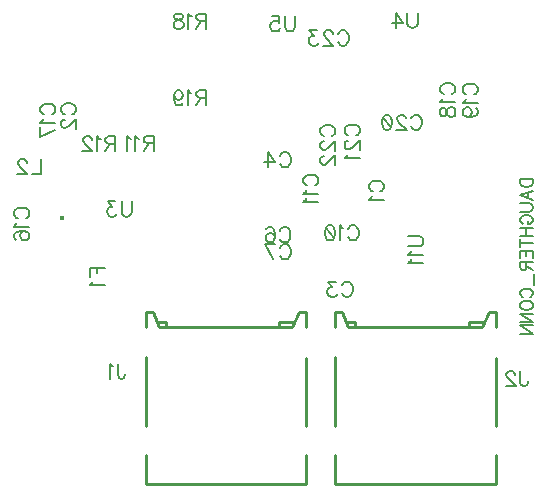
<source format=gbr>
%TF.GenerationSoftware,Novarm,DipTrace,3.3.0.1*%
%TF.CreationDate,2018-11-14T10:13:04-08:00*%
%FSLAX26Y26*%
%MOIN*%
%TF.FileFunction,Legend,Bot*%
%TF.Part,Single*%
%ADD10C,0.009843*%
%ADD37C,0.015746*%
%ADD97C,0.00772*%
%ADD99C,0.006176*%
G75*
G01*
%LPD*%
X1466461Y1005323D2*
D10*
Y1052705D1*
Y481839D2*
Y576603D1*
Y674792D2*
Y900855D1*
X1419186Y1005323D2*
X974556D1*
X931469Y903138D2*
Y674792D1*
Y576603D2*
Y481839D1*
X1466461D1*
Y1052705D2*
X1443123D1*
X1419186Y1005323D1*
X931469D2*
Y1052705D1*
X954808D2*
X931469D1*
X954808D2*
X974556Y1005323D1*
X1423375Y1021308D2*
X1376099D1*
Y1005323D1*
X970367Y1021308D2*
X997894D1*
Y1005323D1*
X2097712D2*
Y1052705D1*
Y481839D2*
Y576603D1*
Y674792D2*
Y900855D1*
X2050436Y1005323D2*
X1605806D1*
X1562720Y903138D2*
Y674792D1*
Y576603D2*
Y481839D1*
X2097712D1*
Y1052705D2*
X2074373D1*
X2050436Y1005323D1*
X1562720D2*
Y1052705D1*
X1586058D2*
X1562720D1*
X1586058D2*
X1605806Y1005323D1*
X2054625Y1021308D2*
X2007350D1*
Y1005323D1*
X1601617Y1021308D2*
X1629145D1*
Y1005323D1*
D37*
X650749Y1368557D3*
X1687334Y1455859D2*
D97*
X1682581Y1458236D1*
X1677772Y1463044D1*
X1675396Y1467798D1*
Y1477359D1*
X1677772Y1482168D1*
X1682581Y1486921D1*
X1687334Y1489353D1*
X1694519Y1491729D1*
X1706512D1*
X1713642Y1489353D1*
X1718451Y1486921D1*
X1723204Y1482168D1*
X1725636Y1477359D1*
Y1467798D1*
X1723204Y1463044D1*
X1718451Y1458236D1*
X1713642Y1455859D1*
X1685012Y1440420D2*
X1682581Y1435612D1*
X1675451Y1428427D1*
X1725636D1*
X660696Y1713339D2*
X655943Y1715716D1*
X651134Y1720524D1*
X648758Y1725277D1*
Y1734839D1*
X651134Y1739647D1*
X655943Y1744400D1*
X660696Y1746832D1*
X667881Y1749209D1*
X679875D1*
X687004Y1746832D1*
X691813Y1744400D1*
X696566Y1739647D1*
X698998Y1734839D1*
Y1725277D1*
X696566Y1720524D1*
X691813Y1715716D1*
X687004Y1713339D1*
X660751Y1695468D2*
X658375D1*
X653566Y1693091D1*
X651190Y1690715D1*
X648813Y1685906D1*
Y1676345D1*
X651190Y1671592D1*
X653566Y1669215D1*
X658375Y1666783D1*
X663128D1*
X667936Y1669215D1*
X675066Y1673968D1*
X698998Y1697900D1*
Y1664406D1*
X1585137Y1143308D2*
X1587513Y1148061D1*
X1592322Y1152869D1*
X1597075Y1155246D1*
X1606637D1*
X1611445Y1152869D1*
X1616198Y1148061D1*
X1618630Y1143308D1*
X1621007Y1136123D1*
Y1124129D1*
X1618630Y1116999D1*
X1616198Y1112191D1*
X1611445Y1107438D1*
X1606637Y1105006D1*
X1597075D1*
X1592322Y1107438D1*
X1587513Y1112191D1*
X1585137Y1116999D1*
X1564889Y1155191D2*
X1538636D1*
X1552951Y1136067D1*
X1545766D1*
X1541013Y1133691D1*
X1538636Y1131314D1*
X1536204Y1124129D1*
Y1119376D1*
X1538636Y1112191D1*
X1543389Y1107382D1*
X1550574Y1105006D1*
X1557759D1*
X1564889Y1107382D1*
X1567266Y1109814D1*
X1569698Y1114568D1*
X1378283Y1574512D2*
X1380660Y1579266D1*
X1385468Y1584074D1*
X1390221Y1586451D1*
X1399783D1*
X1404591Y1584074D1*
X1409345Y1579266D1*
X1411776Y1574512D1*
X1414153Y1567327D1*
Y1555334D1*
X1411776Y1548204D1*
X1409345Y1543396D1*
X1404591Y1538642D1*
X1399783Y1536211D1*
X1390221D1*
X1385468Y1538642D1*
X1380660Y1543396D1*
X1378283Y1548204D1*
X1338912Y1536211D2*
Y1586395D1*
X1362844Y1552957D1*
X1326974D1*
X1377693Y1324539D2*
X1380069Y1329292D1*
X1384878Y1334100D1*
X1389631Y1336477D1*
X1399192D1*
X1404001Y1334100D1*
X1408754Y1329292D1*
X1411186Y1324539D1*
X1413562Y1317354D1*
Y1305360D1*
X1411186Y1298230D1*
X1408754Y1293422D1*
X1404001Y1288669D1*
X1399192Y1286237D1*
X1389631D1*
X1384878Y1288669D1*
X1380069Y1293422D1*
X1377693Y1298230D1*
X1333568Y1329292D2*
X1335945Y1334045D1*
X1343130Y1336422D1*
X1347883D1*
X1355068Y1334045D1*
X1359877Y1326860D1*
X1362253Y1314922D1*
Y1302984D1*
X1359877Y1293422D1*
X1355068Y1288613D1*
X1347883Y1286237D1*
X1345507D1*
X1338377Y1288613D1*
X1333568Y1293422D1*
X1331192Y1300607D1*
Y1302984D1*
X1333568Y1310169D1*
X1338377Y1314922D1*
X1345507Y1317298D1*
X1347883D1*
X1355068Y1314922D1*
X1359877Y1310169D1*
X1362253Y1302984D1*
X1378908Y1268295D2*
X1381285Y1273048D1*
X1386094Y1277856D1*
X1390847Y1280233D1*
X1400408D1*
X1405217Y1277856D1*
X1409970Y1273048D1*
X1412402Y1268295D1*
X1414778Y1261110D1*
Y1249116D1*
X1412402Y1241986D1*
X1409970Y1237178D1*
X1405217Y1232425D1*
X1400408Y1229993D1*
X1390847D1*
X1386094Y1232425D1*
X1381285Y1237178D1*
X1378908Y1241986D1*
X1353908Y1229993D2*
X1329976Y1280178D1*
X1363469D1*
X1605103Y1330788D2*
X1607479Y1335541D1*
X1612288Y1340350D1*
X1617041Y1342726D1*
X1626602D1*
X1631411Y1340350D1*
X1636164Y1335541D1*
X1638596Y1330788D1*
X1640972Y1323603D1*
Y1311609D1*
X1638596Y1304480D1*
X1636164Y1299671D1*
X1631411Y1294918D1*
X1626602Y1292486D1*
X1617041D1*
X1612288Y1294918D1*
X1607479Y1299671D1*
X1605103Y1304480D1*
X1589663Y1333109D2*
X1584855Y1335541D1*
X1577670Y1342671D1*
Y1292486D1*
X1547860Y1342671D2*
X1555046Y1340294D1*
X1559854Y1333109D1*
X1562231Y1321171D1*
Y1313986D1*
X1559854Y1302048D1*
X1555046Y1294863D1*
X1547860Y1292486D1*
X1543107D1*
X1535922Y1294863D1*
X1531169Y1302048D1*
X1528737Y1313986D1*
Y1321171D1*
X1531169Y1333109D1*
X1535922Y1340294D1*
X1543107Y1342671D1*
X1547860D1*
X1531169Y1333109D2*
X1559854Y1302048D1*
X1468607Y1475825D2*
X1463854Y1478202D1*
X1459045Y1483010D1*
X1456669Y1487763D1*
Y1497325D1*
X1459045Y1502133D1*
X1463854Y1506887D1*
X1468607Y1509318D1*
X1475792Y1511695D1*
X1487785D1*
X1494915Y1509318D1*
X1499724Y1506887D1*
X1504477Y1502133D1*
X1506909Y1497325D1*
Y1487763D1*
X1504477Y1483010D1*
X1499724Y1478202D1*
X1494915Y1475825D1*
X1466285Y1460386D2*
X1463854Y1455577D1*
X1456724Y1448392D1*
X1506909D1*
X1466285Y1432953D2*
X1463854Y1428145D1*
X1456724Y1420960D1*
X1506909D1*
X504730Y1366446D2*
X499977Y1368822D1*
X495169Y1373631D1*
X492792Y1378384D1*
Y1387946D1*
X495169Y1392754D1*
X499977Y1397507D1*
X504730Y1399939D1*
X511915Y1402316D1*
X523909D1*
X531038Y1399939D1*
X535847Y1397507D1*
X540600Y1392754D1*
X543032Y1387946D1*
Y1378384D1*
X540600Y1373631D1*
X535847Y1368822D1*
X531038Y1366446D1*
X502409Y1351006D2*
X499977Y1346198D1*
X492847Y1339013D1*
X543032D1*
X499977Y1294889D2*
X495224Y1297266D1*
X492847Y1304451D1*
Y1309204D1*
X495224Y1316389D1*
X502409Y1321197D1*
X514347Y1323574D1*
X526285D1*
X535847Y1321197D1*
X540655Y1316389D1*
X543032Y1309204D1*
Y1306827D1*
X540655Y1299697D1*
X535847Y1294889D1*
X528662Y1292512D1*
X526285D1*
X519100Y1294889D1*
X514347Y1299697D1*
X511970Y1306827D1*
Y1309204D1*
X514347Y1316389D1*
X519100Y1321197D1*
X526285Y1323574D1*
X591947Y1712738D2*
X587194Y1715114D1*
X582385Y1719923D1*
X580008Y1724676D1*
Y1734238D1*
X582385Y1739046D1*
X587194Y1743799D1*
X591947Y1746231D1*
X599132Y1748608D1*
X611125D1*
X618255Y1746231D1*
X623063Y1743799D1*
X627817Y1739046D1*
X630248Y1734238D1*
Y1724676D1*
X627817Y1719923D1*
X623063Y1715114D1*
X618255Y1712738D1*
X589625Y1697299D2*
X587194Y1692490D1*
X580064Y1685305D1*
X630248D1*
Y1660304D2*
X580064Y1636373D1*
Y1669866D1*
X1924809Y1780267D2*
X1920056Y1782643D1*
X1915247Y1787452D1*
X1912871Y1792205D1*
Y1801766D1*
X1915247Y1806575D1*
X1920056Y1811328D1*
X1924809Y1813760D1*
X1931994Y1816136D1*
X1943987D1*
X1951117Y1813760D1*
X1955926Y1811328D1*
X1960679Y1806575D1*
X1963111Y1801766D1*
Y1792205D1*
X1960679Y1787452D1*
X1955926Y1782643D1*
X1951117Y1780267D1*
X1922488Y1764827D2*
X1920056Y1760019D1*
X1912926Y1752834D1*
X1963111D1*
X1912926Y1725456D2*
X1915303Y1732586D1*
X1920056Y1735018D1*
X1924864D1*
X1929617Y1732586D1*
X1932049Y1727833D1*
X1934426Y1718271D1*
X1936802Y1711086D1*
X1941611Y1706333D1*
X1946364Y1703957D1*
X1953549D1*
X1958302Y1706333D1*
X1960734Y1708710D1*
X1963111Y1715895D1*
Y1725456D1*
X1960734Y1732586D1*
X1958302Y1735018D1*
X1953549Y1737395D1*
X1946364D1*
X1941611Y1735018D1*
X1936802Y1730210D1*
X1934426Y1723080D1*
X1932049Y1713518D1*
X1929617Y1708710D1*
X1924864Y1706333D1*
X1920056D1*
X1915302Y1708710D1*
X1912926Y1715895D1*
Y1725456D1*
X1999821Y1779115D2*
X1995068Y1781492D1*
X1990259Y1786300D1*
X1987882Y1791053D1*
Y1800615D1*
X1990259Y1805423D1*
X1995068Y1810177D1*
X1999821Y1812608D1*
X2007006Y1814985D1*
X2018999D1*
X2026129Y1812608D1*
X2030937Y1810177D1*
X2035691Y1805423D1*
X2038122Y1800615D1*
Y1791053D1*
X2035691Y1786300D1*
X2030937Y1781492D1*
X2026129Y1779115D1*
X1997499Y1763676D2*
X1995068Y1758867D1*
X1987938Y1751682D1*
X2038122D1*
X2004629Y1705126D2*
X2011814Y1707558D1*
X2016623Y1712311D1*
X2018999Y1719497D1*
Y1721873D1*
X2016623Y1729058D1*
X2011814Y1733811D1*
X2004629Y1736243D1*
X2002253D1*
X1995068Y1733811D1*
X1990314Y1729058D1*
X1987938Y1721873D1*
Y1719497D1*
X1990314Y1712311D1*
X1995067Y1707558D1*
X2004629Y1705126D1*
X2016623D1*
X2028561Y1707558D1*
X2035746Y1712311D1*
X2038123Y1719496D1*
Y1724250D1*
X2035746Y1731435D1*
X2030937Y1733811D1*
X1815831Y1699499D2*
X1818208Y1704252D1*
X1823017Y1709061D1*
X1827770Y1711438D1*
X1837331D1*
X1842140Y1709061D1*
X1846893Y1704252D1*
X1849325Y1699499D1*
X1851701Y1692314D1*
Y1680321D1*
X1849325Y1673191D1*
X1846893Y1668383D1*
X1842140Y1663629D1*
X1837331Y1661198D1*
X1827770D1*
X1823017Y1663629D1*
X1818208Y1668383D1*
X1815831Y1673191D1*
X1797960Y1699444D2*
Y1701821D1*
X1795584Y1706629D1*
X1793207Y1709006D1*
X1788399Y1711382D1*
X1778837D1*
X1774084Y1709006D1*
X1771707Y1706629D1*
X1769275Y1701821D1*
Y1697067D1*
X1771707Y1692259D1*
X1776461Y1685129D1*
X1800392Y1661198D1*
X1766899D1*
X1737090Y1711382D2*
X1744275Y1709006D1*
X1749083Y1701821D1*
X1751460Y1689882D1*
Y1682697D1*
X1749083Y1670759D1*
X1744275Y1663574D1*
X1737090Y1661198D1*
X1732336D1*
X1725151Y1663574D1*
X1720398Y1670759D1*
X1717966Y1682697D1*
Y1689882D1*
X1720398Y1701821D1*
X1725151Y1709006D1*
X1732336Y1711382D1*
X1737090D1*
X1720398Y1701821D2*
X1749083Y1670759D1*
X1606092Y1642809D2*
X1601339Y1645185D1*
X1596531Y1649994D1*
X1594154Y1654747D1*
Y1664308D1*
X1596531Y1669117D1*
X1601339Y1673870D1*
X1606092Y1676302D1*
X1613277Y1678679D1*
X1625271D1*
X1632401Y1676302D1*
X1637209Y1673870D1*
X1641962Y1669117D1*
X1644394Y1664308D1*
Y1654747D1*
X1641962Y1649994D1*
X1637209Y1645185D1*
X1632401Y1642809D1*
X1606148Y1624938D2*
X1603771D1*
X1598963Y1622561D1*
X1596586Y1620184D1*
X1594209Y1615376D1*
Y1605814D1*
X1596586Y1601061D1*
X1598963Y1598685D1*
X1603771Y1596253D1*
X1608524D1*
X1613333Y1598685D1*
X1620462Y1603438D1*
X1644394Y1627369D1*
Y1593876D1*
X1603771Y1578437D2*
X1601339Y1573628D1*
X1594209Y1566443D1*
X1644394D1*
X1524851Y1641060D2*
X1520098Y1643436D1*
X1515289Y1648245D1*
X1512913Y1652998D1*
Y1662560D1*
X1515289Y1667368D1*
X1520098Y1672121D1*
X1524851Y1674553D1*
X1532036Y1676930D1*
X1544029D1*
X1551159Y1674553D1*
X1555968Y1672121D1*
X1560721Y1667368D1*
X1563153Y1662560D1*
Y1652998D1*
X1560721Y1648245D1*
X1555968Y1643436D1*
X1551159Y1641060D1*
X1524906Y1623189D2*
X1522530D1*
X1517721Y1620812D1*
X1515345Y1618436D1*
X1512968Y1613627D1*
Y1604066D1*
X1515345Y1599312D1*
X1517721Y1596936D1*
X1522530Y1594504D1*
X1527283D1*
X1532091Y1596936D1*
X1539221Y1601689D1*
X1563153Y1625621D1*
Y1592127D1*
X1524906Y1574256D2*
X1522530D1*
X1517721Y1571880D1*
X1515345Y1569503D1*
X1512968Y1564695D1*
Y1555133D1*
X1515344Y1550380D1*
X1517721Y1548003D1*
X1522530Y1545571D1*
X1527283D1*
X1532091Y1548003D1*
X1539221Y1552756D1*
X1563153Y1576688D1*
Y1543195D1*
X1572107Y1980720D2*
X1574484Y1985473D1*
X1579292Y1990281D1*
X1584045Y1992658D1*
X1593607D1*
X1598415Y1990281D1*
X1603169Y1985473D1*
X1605600Y1980720D1*
X1607977Y1973535D1*
Y1961541D1*
X1605600Y1954411D1*
X1603169Y1949603D1*
X1598415Y1944850D1*
X1593607Y1942418D1*
X1584045D1*
X1579292Y1944850D1*
X1574484Y1949603D1*
X1572107Y1954411D1*
X1554236Y1980664D2*
Y1983041D1*
X1551859Y1987850D1*
X1549483Y1990226D1*
X1544674Y1992603D1*
X1535113D1*
X1530360Y1990226D1*
X1527983Y1987850D1*
X1525551Y1983041D1*
Y1978288D1*
X1527983Y1973479D1*
X1532736Y1966350D1*
X1556668Y1942418D1*
X1523174D1*
X1502927Y1992603D2*
X1476674D1*
X1490989Y1973479D1*
X1483804D1*
X1479050Y1971103D1*
X1476674Y1968726D1*
X1474242Y1961541D1*
Y1956788D1*
X1476674Y1949603D1*
X1481427Y1944795D1*
X1488612Y1942418D1*
X1495797D1*
X1502927Y1944795D1*
X1505303Y1947226D1*
X1507735Y1951980D1*
X744277Y1170824D2*
X744278Y1201941D1*
X794517D1*
X768209D2*
Y1182817D1*
X753894Y1155385D2*
X751463Y1150576D1*
X744333Y1143391D1*
X794517D1*
X838254Y882204D2*
Y843957D1*
X840630Y836772D1*
X843062Y834396D1*
X847815Y831964D1*
X852624D1*
X857377Y834396D1*
X859754Y836772D1*
X862185Y843957D1*
Y848711D1*
X822814Y872587D2*
X818006Y875019D1*
X810821Y882149D1*
Y831964D1*
X2180181Y857207D2*
Y818960D1*
X2182557Y811775D1*
X2184989Y809398D1*
X2189742Y806967D1*
X2194551D1*
X2199304Y809398D1*
X2201681Y811775D1*
X2204112Y818960D1*
Y823713D1*
X2162310Y845213D2*
Y847590D1*
X2159933Y852398D1*
X2157556Y854775D1*
X2152748Y857151D1*
X2143186D1*
X2138433Y854775D1*
X2136057Y852398D1*
X2133625Y847590D1*
Y842836D1*
X2136057Y838028D1*
X2140810Y830898D1*
X2164742Y806967D1*
X2131248D1*
X580514Y1563107D2*
Y1512867D1*
X551829D1*
X533958Y1551113D2*
Y1553490D1*
X531581Y1558298D1*
X529205Y1560675D1*
X524396Y1563052D1*
X514835D1*
X510082Y1560675D1*
X507705Y1558298D1*
X505273Y1553490D1*
Y1548737D1*
X507705Y1543928D1*
X512458Y1536799D1*
X536390Y1512867D1*
X502897D1*
X957344Y1616926D2*
X935844D1*
X928659Y1619358D1*
X926227Y1621734D1*
X923851Y1626487D1*
Y1631296D1*
X926227Y1636049D1*
X928659Y1638481D1*
X935844Y1640857D1*
X957344D1*
Y1590617D1*
X940597Y1616926D2*
X923851Y1590617D1*
X908411Y1631241D2*
X903603Y1633672D1*
X896418Y1640802D1*
Y1590617D1*
X880979Y1631241D2*
X876170Y1633672D1*
X868985Y1640802D1*
Y1590617D1*
X830066Y1615515D2*
X808566D1*
X801381Y1617947D1*
X798950Y1620323D1*
X796573Y1625077D1*
Y1629885D1*
X798950Y1634638D1*
X801381Y1637070D1*
X808566Y1639447D1*
X830066D1*
Y1589207D1*
X813320Y1615515D2*
X796573Y1589207D1*
X781134Y1629830D2*
X776325Y1632262D1*
X769140Y1639391D1*
Y1589207D1*
X751269Y1627453D2*
Y1629830D1*
X748893Y1634638D1*
X746516Y1637015D1*
X741708Y1639391D1*
X732146D1*
X727393Y1637015D1*
X725016Y1634638D1*
X722584Y1629830D1*
Y1625077D1*
X725016Y1620268D1*
X729769Y1613138D1*
X753701Y1589207D1*
X720208D1*
X1133560Y2024970D2*
X1112060D1*
X1104875Y2027402D1*
X1102443Y2029779D1*
X1100066Y2034532D1*
Y2039340D1*
X1102443Y2044094D1*
X1104875Y2046525D1*
X1112060Y2048902D1*
X1133560D1*
Y1998662D1*
X1116813Y2024970D2*
X1100066Y1998662D1*
X1084627Y2039285D2*
X1079819Y2041717D1*
X1072634Y2048847D1*
Y1998662D1*
X1045256Y2048847D2*
X1052386Y2046470D1*
X1054818Y2041717D1*
Y2036909D1*
X1052386Y2032155D1*
X1047633Y2029724D1*
X1038071Y2027347D1*
X1030886Y2024970D1*
X1026133Y2020162D1*
X1023756Y2015409D1*
Y2008224D1*
X1026133Y2003471D1*
X1028509Y2001039D1*
X1035695Y1998662D1*
X1045256D1*
X1052386Y2001039D1*
X1054818Y2003471D1*
X1057194Y2008224D1*
Y2015409D1*
X1054818Y2020162D1*
X1050009Y2024970D1*
X1042880Y2027347D1*
X1033318Y2029724D1*
X1028509Y2032155D1*
X1026133Y2036909D1*
Y2041717D1*
X1028509Y2046470D1*
X1035695Y2048847D1*
X1045256D1*
X1132399Y1768747D2*
X1110899D1*
X1103714Y1771179D1*
X1101282Y1773556D1*
X1098906Y1778309D1*
Y1783117D1*
X1101282Y1787871D1*
X1103714Y1790302D1*
X1110899Y1792679D1*
X1132399D1*
Y1742439D1*
X1115652Y1768747D2*
X1098906Y1742439D1*
X1083466Y1783062D2*
X1078658Y1785494D1*
X1071473Y1792624D1*
Y1742439D1*
X1024917Y1775932D2*
X1027349Y1768747D1*
X1032102Y1763939D1*
X1039287Y1761562D1*
X1041664D1*
X1048849Y1763939D1*
X1053602Y1768747D1*
X1056034Y1775932D1*
Y1778309D1*
X1053602Y1785494D1*
X1048849Y1790247D1*
X1041664Y1792624D1*
X1039287D1*
X1032102Y1790247D1*
X1027349Y1785494D1*
X1024917Y1775932D1*
Y1763939D1*
X1027349Y1752001D1*
X1032102Y1744816D1*
X1039287Y1742439D1*
X1044040D1*
X1051225Y1744816D1*
X1053602Y1749624D1*
X884026Y1422645D2*
Y1386775D1*
X881649Y1379590D1*
X876841Y1374837D1*
X869656Y1372405D1*
X864903D1*
X857718Y1374837D1*
X852909Y1379590D1*
X850532Y1386775D1*
Y1422645D1*
X830285Y1422590D2*
X804032D1*
X818347Y1403466D1*
X811162D1*
X806408Y1401090D1*
X804032Y1398713D1*
X801600Y1391528D1*
Y1386775D1*
X804032Y1379590D1*
X808785Y1374781D1*
X815970Y1372405D1*
X823155D1*
X830285Y1374781D1*
X832661Y1377213D1*
X835093Y1381966D1*
X1837078Y2051632D2*
Y2015762D1*
X1834701Y2008577D1*
X1829893Y2003824D1*
X1822708Y2001392D1*
X1817954D1*
X1810769Y2003824D1*
X1805961Y2008577D1*
X1803584Y2015762D1*
Y2051632D1*
X1764213Y2001392D2*
Y2051576D1*
X1788145Y2018138D1*
X1752275D1*
X1428301Y2040044D2*
Y2004174D1*
X1425925Y1996989D1*
X1421116Y1992236D1*
X1413931Y1989804D1*
X1409178D1*
X1401993Y1992236D1*
X1397185Y1996989D1*
X1394808Y2004174D1*
Y2040044D1*
X1350684Y2039989D2*
X1374560D1*
X1376937Y2018489D1*
X1374560Y2020865D1*
X1367375Y2023297D1*
X1360246D1*
X1353061Y2020865D1*
X1348252Y2016112D1*
X1345875Y2008927D1*
Y2004174D1*
X1348252Y1996989D1*
X1353061Y1992180D1*
X1360246Y1989804D1*
X1367375D1*
X1374560Y1992180D1*
X1376937Y1994612D1*
X1379369Y1999365D1*
X1806632Y1306341D2*
X1842502D1*
X1849687Y1303965D1*
X1854440Y1299156D1*
X1856872Y1291971D1*
Y1287218D1*
X1854440Y1280033D1*
X1849687Y1275225D1*
X1842502Y1272848D1*
X1806632D1*
X1816249Y1257409D2*
X1813817Y1252600D1*
X1806687Y1245415D1*
X1856872D1*
X1816249Y1229976D2*
X1813817Y1225168D1*
X1806687Y1217983D1*
X1856872D1*
X2180200Y1498016D2*
D99*
X2220392D1*
Y1484618D1*
X2218447Y1478870D1*
X2214644Y1475023D1*
X2210797Y1473122D1*
X2205093Y1471221D1*
X2195499D1*
X2189751Y1473122D1*
X2185948Y1475023D1*
X2182101Y1478870D1*
X2180200Y1484618D1*
Y1498016D1*
X2220392Y1428228D2*
X2180200Y1443571D1*
X2220392Y1458870D1*
X2206995Y1453122D2*
Y1433976D1*
X2180200Y1415877D2*
X2208896D1*
X2214644Y1413975D1*
X2218447Y1410129D1*
X2220392Y1404381D1*
Y1400578D1*
X2218447Y1394830D1*
X2214644Y1390983D1*
X2208896Y1389082D1*
X2180200D1*
X2189751Y1348035D2*
X2185948Y1349936D1*
X2182101Y1353783D1*
X2180200Y1357585D1*
Y1365235D1*
X2182101Y1369081D1*
X2185948Y1372884D1*
X2189751Y1374829D1*
X2195499Y1376731D1*
X2205093D1*
X2210797Y1374829D1*
X2214644Y1372884D1*
X2218447Y1369081D1*
X2220392Y1365235D1*
Y1357585D1*
X2218447Y1353783D1*
X2214644Y1349936D1*
X2210797Y1348035D1*
X2205093D1*
Y1357585D1*
X2180200Y1335683D2*
X2220392D1*
X2180200Y1308889D2*
X2220392D1*
X2199345Y1335683D2*
Y1308889D1*
X2180200Y1283140D2*
X2220392D1*
X2180200Y1296537D2*
Y1269743D1*
Y1232542D2*
Y1257391D1*
X2220392D1*
Y1232542D1*
X2199345Y1257391D2*
Y1242093D1*
Y1220191D2*
Y1202991D1*
X2197400Y1197243D1*
X2195499Y1195297D1*
X2191696Y1193396D1*
X2187849D1*
X2184047Y1195297D1*
X2182101Y1197243D1*
X2180200Y1202991D1*
Y1220191D1*
X2220392D1*
X2199345Y1206793D2*
X2220392Y1193396D1*
X2227024Y1181045D2*
Y1144699D1*
X2189751Y1103652D2*
X2185948Y1105553D1*
X2182101Y1109400D1*
X2180200Y1113203D1*
Y1120852D1*
X2182101Y1124699D1*
X2185948Y1128501D1*
X2189751Y1130447D1*
X2195499Y1132348D1*
X2205093D1*
X2210797Y1130447D1*
X2214644Y1128501D1*
X2218447Y1124699D1*
X2220392Y1120852D1*
Y1113203D1*
X2218447Y1109400D1*
X2214644Y1105553D1*
X2210797Y1103652D1*
X2180200Y1079805D2*
X2182101Y1083651D1*
X2185948Y1087454D1*
X2189751Y1089399D1*
X2195499Y1091301D1*
X2205093D1*
X2210797Y1089399D1*
X2214644Y1087454D1*
X2218447Y1083651D1*
X2220392Y1079804D1*
Y1072155D1*
X2218447Y1068353D1*
X2214644Y1064506D1*
X2210797Y1062605D1*
X2205093Y1060703D1*
X2195499D1*
X2189751Y1062605D1*
X2185948Y1064506D1*
X2182101Y1068353D1*
X2180200Y1072155D1*
Y1079805D1*
Y1021557D2*
X2220392D1*
X2180200Y1048352D1*
X2220392D1*
X2180200Y982411D2*
X2220392D1*
X2180200Y1009206D1*
X2220392D1*
M02*

</source>
